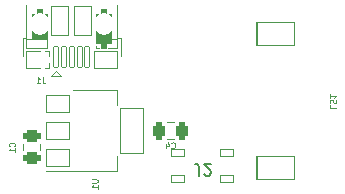
<source format=gbo>
%TF.GenerationSoftware,KiCad,Pcbnew,(6.0.9)*%
%TF.CreationDate,2023-01-06T22:41:28-05:00*%
%TF.ProjectId,Doom Keycap,446f6f6d-204b-4657-9963-61702e6b6963,REV1*%
%TF.SameCoordinates,Original*%
%TF.FileFunction,Legend,Bot*%
%TF.FilePolarity,Positive*%
%FSLAX46Y46*%
G04 Gerber Fmt 4.6, Leading zero omitted, Abs format (unit mm)*
G04 Created by KiCad (PCBNEW (6.0.9)) date 2023-01-06 22:41:28*
%MOMM*%
%LPD*%
G01*
G04 APERTURE LIST*
G04 Aperture macros list*
%AMRoundRect*
0 Rectangle with rounded corners*
0 $1 Rounding radius*
0 $2 $3 $4 $5 $6 $7 $8 $9 X,Y pos of 4 corners*
0 Add a 4 corners polygon primitive as box body*
4,1,4,$2,$3,$4,$5,$6,$7,$8,$9,$2,$3,0*
0 Add four circle primitives for the rounded corners*
1,1,$1+$1,$2,$3*
1,1,$1+$1,$4,$5*
1,1,$1+$1,$6,$7*
1,1,$1+$1,$8,$9*
0 Add four rect primitives between the rounded corners*
20,1,$1+$1,$2,$3,$4,$5,0*
20,1,$1+$1,$4,$5,$6,$7,0*
20,1,$1+$1,$6,$7,$8,$9,0*
20,1,$1+$1,$8,$9,$2,$3,0*%
G04 Aperture macros list end*
%ADD10C,0.125000*%
%ADD11C,0.150000*%
%ADD12C,0.120000*%
%ADD13RoundRect,0.294750X-0.243750X-0.456250X0.243750X-0.456250X0.243750X0.456250X-0.243750X0.456250X0*%
%ADD14RoundRect,0.051000X-0.200000X0.875000X-0.200000X-0.875000X0.200000X-0.875000X0.200000X0.875000X0*%
%ADD15RoundRect,0.051000X-0.912500X-0.350000X0.912500X-0.350000X0.912500X0.350000X-0.912500X0.350000X0*%
%ADD16RoundRect,0.051000X-0.712500X1.250000X-0.712500X-1.250000X0.712500X-1.250000X0.712500X1.250000X0*%
%ADD17RoundRect,0.435800X-0.265200X-1.240200X0.265200X-1.240200X0.265200X1.240200X-0.265200X1.240200X0*%
%ADD18O,1.152000X1.552000*%
%ADD19O,1.402000X1.902000*%
%ADD20RoundRect,0.051000X-1.000000X-0.730000X1.000000X-0.730000X1.000000X0.730000X-1.000000X0.730000X0*%
%ADD21RoundRect,0.051000X-0.525000X-0.325000X0.525000X-0.325000X0.525000X0.325000X-0.525000X0.325000X0*%
%ADD22RoundRect,0.051000X-1.000000X-0.750000X1.000000X-0.750000X1.000000X0.750000X-1.000000X0.750000X0*%
%ADD23RoundRect,0.051000X-1.000000X-1.900000X1.000000X-1.900000X1.000000X1.900000X-1.000000X1.900000X0*%
%ADD24RoundRect,0.294750X-0.456250X0.243750X-0.456250X-0.243750X0.456250X-0.243750X0.456250X0.243750X0*%
%ADD25RoundRect,0.051000X1.600000X-1.000000X1.600000X1.000000X-1.600000X1.000000X-1.600000X-1.000000X0*%
G04 APERTURE END LIST*
D10*
X169423333Y-91178571D02*
X169447142Y-91202380D01*
X169518571Y-91226190D01*
X169566190Y-91226190D01*
X169637619Y-91202380D01*
X169685238Y-91154761D01*
X169709047Y-91107142D01*
X169732857Y-91011904D01*
X169732857Y-90940476D01*
X169709047Y-90845238D01*
X169685238Y-90797619D01*
X169637619Y-90750000D01*
X169566190Y-90726190D01*
X169518571Y-90726190D01*
X169447142Y-90750000D01*
X169423333Y-90773809D01*
X168994761Y-90892857D02*
X168994761Y-91226190D01*
X169113809Y-90702380D02*
X169232857Y-91059523D01*
X168923333Y-91059523D01*
X158506666Y-85226190D02*
X158506666Y-85583333D01*
X158530476Y-85654761D01*
X158578095Y-85702380D01*
X158649523Y-85726190D01*
X158697142Y-85726190D01*
X158006666Y-85726190D02*
X158292380Y-85726190D01*
X158149523Y-85726190D02*
X158149523Y-85226190D01*
X158197142Y-85297619D01*
X158244761Y-85345238D01*
X158292380Y-85369047D01*
D11*
X171756666Y-93547619D02*
X171756666Y-92833333D01*
X171709047Y-92690476D01*
X171613809Y-92595238D01*
X171470952Y-92547619D01*
X171375714Y-92547619D01*
X172185238Y-93452380D02*
X172232857Y-93500000D01*
X172328095Y-93547619D01*
X172566190Y-93547619D01*
X172661428Y-93500000D01*
X172709047Y-93452380D01*
X172756666Y-93357142D01*
X172756666Y-93261904D01*
X172709047Y-93119047D01*
X172137619Y-92547619D01*
X172756666Y-92547619D01*
D10*
X162666190Y-93869047D02*
X163070952Y-93869047D01*
X163118571Y-93892857D01*
X163142380Y-93916666D01*
X163166190Y-93964285D01*
X163166190Y-94059523D01*
X163142380Y-94107142D01*
X163118571Y-94130952D01*
X163070952Y-94154761D01*
X162666190Y-94154761D01*
X163166190Y-94654761D02*
X163166190Y-94369047D01*
X163166190Y-94511904D02*
X162666190Y-94511904D01*
X162737619Y-94464285D01*
X162785238Y-94416666D01*
X162809047Y-94369047D01*
X156118571Y-91066666D02*
X156142380Y-91042857D01*
X156166190Y-90971428D01*
X156166190Y-90923809D01*
X156142380Y-90852380D01*
X156094761Y-90804761D01*
X156047142Y-90780952D01*
X155951904Y-90757142D01*
X155880476Y-90757142D01*
X155785238Y-90780952D01*
X155737619Y-90804761D01*
X155690000Y-90852380D01*
X155666190Y-90923809D01*
X155666190Y-90971428D01*
X155690000Y-91042857D01*
X155713809Y-91066666D01*
X156166190Y-91542857D02*
X156166190Y-91257142D01*
X156166190Y-91400000D02*
X155666190Y-91400000D01*
X155737619Y-91352380D01*
X155785238Y-91304761D01*
X155809047Y-91257142D01*
X182863809Y-87571428D02*
X182863809Y-87809523D01*
X183363809Y-87809523D01*
X182887619Y-87428571D02*
X182863809Y-87357142D01*
X182863809Y-87238095D01*
X182887619Y-87190476D01*
X182911428Y-87166666D01*
X182959047Y-87142857D01*
X183006666Y-87142857D01*
X183054285Y-87166666D01*
X183078095Y-87190476D01*
X183101904Y-87238095D01*
X183125714Y-87333333D01*
X183149523Y-87380952D01*
X183173333Y-87404761D01*
X183220952Y-87428571D01*
X183268571Y-87428571D01*
X183316190Y-87404761D01*
X183340000Y-87380952D01*
X183363809Y-87333333D01*
X183363809Y-87214285D01*
X183340000Y-87142857D01*
X182863809Y-86666666D02*
X182863809Y-86952380D01*
X182863809Y-86809523D02*
X183363809Y-86809523D01*
X183292380Y-86857142D01*
X183244761Y-86904761D01*
X183220952Y-86952380D01*
D12*
X169081422Y-89040000D02*
X169598578Y-89040000D01*
X169081422Y-90460000D02*
X169598578Y-90460000D01*
X159665000Y-84680000D02*
X159265000Y-85130000D01*
X164815000Y-79080000D02*
X164815000Y-81880000D01*
X156815000Y-81880000D02*
X156815000Y-83430000D01*
X165115000Y-81880000D02*
X165115000Y-83430000D01*
X156815000Y-81880000D02*
X157115000Y-81880000D01*
X159265000Y-85130000D02*
X160065000Y-85130000D01*
X160065000Y-85130000D02*
X159665000Y-84680000D01*
X164815000Y-81880000D02*
X165115000Y-81880000D01*
X157115000Y-79080000D02*
X157115000Y-81880000D01*
X164850000Y-86340000D02*
X164850000Y-87600000D01*
X158840000Y-93160000D02*
X164850000Y-93160000D01*
X164850000Y-93160000D02*
X164850000Y-91900000D01*
X161090000Y-86340000D02*
X164850000Y-86340000D01*
X158300000Y-90891422D02*
X158300000Y-91408578D01*
X156880000Y-90891422D02*
X156880000Y-91408578D01*
%LPC*%
D13*
X168402500Y-89750000D03*
X170277500Y-89750000D03*
D14*
X159690000Y-83525000D03*
X160340000Y-83525000D03*
X160990000Y-83525000D03*
X161640000Y-83525000D03*
X162290000Y-83525000D03*
D15*
X163977500Y-82400000D03*
D16*
X160027500Y-80450000D03*
D17*
X163715000Y-81125000D03*
D18*
X163415000Y-83730000D03*
D17*
X158265000Y-81125000D03*
D19*
X158265000Y-80700000D03*
D20*
X163890000Y-83730000D03*
D16*
X161952500Y-80450000D03*
D19*
X163715000Y-80700000D03*
D20*
X158090000Y-83730000D03*
D18*
X158565000Y-83730000D03*
D15*
X158002500Y-82400000D03*
D21*
X174163594Y-93828849D03*
X170015000Y-93825000D03*
X174163594Y-91678695D03*
X170014173Y-91678695D03*
D22*
X159790000Y-92050000D03*
D23*
X166090000Y-89750000D03*
D22*
X159790000Y-89750000D03*
X159790000Y-87450000D03*
D24*
X157590000Y-90212500D03*
X157590000Y-92087500D03*
D25*
X186940000Y-81550000D03*
X186940000Y-92950000D03*
X178240000Y-92950000D03*
X178240000Y-81550000D03*
M02*

</source>
